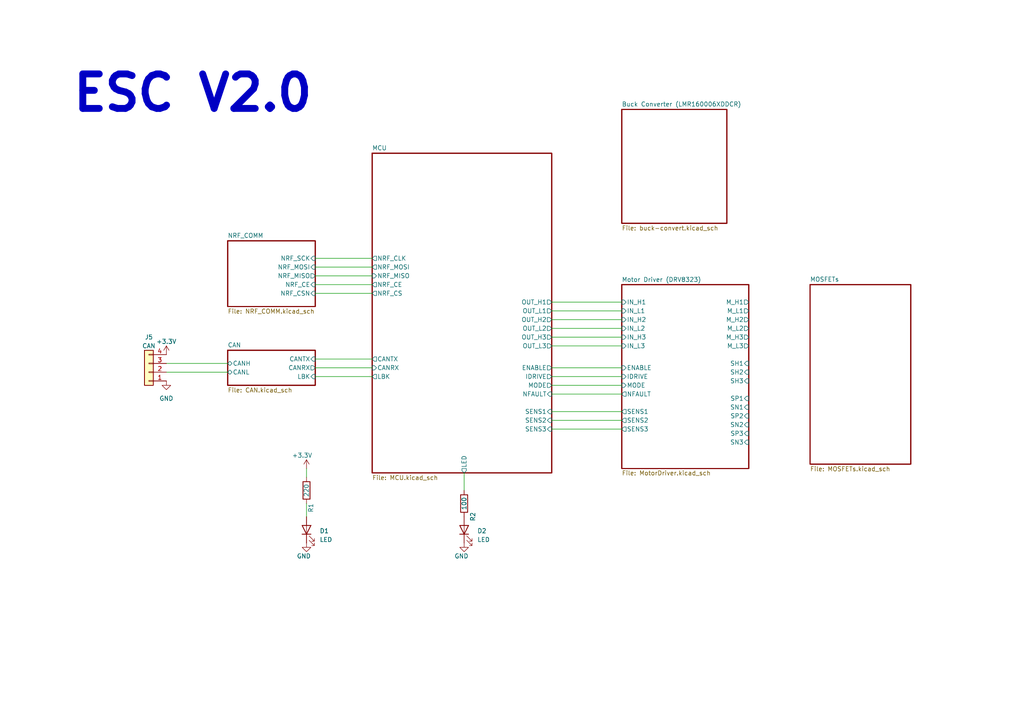
<source format=kicad_sch>
(kicad_sch (version 20230121) (generator eeschema)
  (paper "A4")
  (lib_symbols
    (symbol "Connector_Generic:Conn_01x04" (pin_names (offset 1.016) hide)
      (property "Reference" "J" (at 0 5.08 0))
      (property "Value" "Conn_01x04" (at 0 -7.62 0))
      (symbol "Conn_01x04_1_1"
        (rectangle (start -1.27 -4.953) (end 0 -5.207) (stroke (width 0.1524)))
        (rectangle (start -1.27 -2.413) (end 0 -2.667) (stroke (width 0.1524)))
        (rectangle (start -1.27 0.127) (end 0 -0.127) (stroke (width 0.1524)))
        (rectangle (start -1.27 2.667) (end 0 2.413) (stroke (width 0.1524)))
        (rectangle (start -1.27 3.81) (end 1.27 -6.35) (stroke (width 0.254)) (fill (type background)))
        (pin passive line (at -5.08 2.54 0) (length 3.81) (name "Pin_1") (number "1"))
        (pin passive line (at -5.08 0 0) (length 3.81) (name "Pin_2") (number "2"))
        (pin passive line (at -5.08 -2.54 0) (length 3.81) (name "Pin_3") (number "3"))
        (pin passive line (at -5.08 -5.08 0) (length 3.81) (name "Pin_4") (number "4"))
      )
    )
    (symbol "Device:LED" (pin_numbers hide) (pin_names (offset 1.016) hide)
      (property "Reference" "D" (at 0 2.54 0))
      (property "Value" "LED" (at 0 -2.54 0))
      (symbol "LED_0_1"
        (polyline (pts (xy -1.27 -1.27) (xy -1.27 1.27)) (stroke (width 0.254)))
        (polyline (pts (xy -1.27 0) (xy 1.27 0)))
        (polyline (pts (xy 1.27 -1.27) (xy 1.27 1.27) (xy -1.27 0) (xy 1.27 -1.27)) (stroke (width 0.254)))
        (polyline (pts (xy -3.048 -0.762) (xy -4.572 -2.286) (xy -3.81 -2.286) (xy -4.572 -2.286) (xy -4.572 -1.524)))
        (polyline (pts (xy -1.778 -0.762) (xy -3.302 -2.286) (xy -2.54 -2.286) (xy -3.302 -2.286) (xy -3.302 -1.524)))
      )
      (symbol "LED_1_1"
        (pin passive line (at -3.81 0 0) (length 2.54) (name "K") (number "1"))
        (pin passive line (at 3.81 0 180) (length 2.54) (name "A") (number "2"))
      )
    )
    (symbol "Device:R" (pin_numbers hide) (pin_names (offset 0))
      (property "Reference" "R" (at 2.032 0 90))
      (property "Value" "R" (at 0 0 90))
      (symbol "R_0_1"
        (rectangle (start -1.016 -2.54) (end 1.016 2.54) (stroke (width 0.254)))
      )
      (symbol "R_1_1"
        (pin passive line (at 0 3.81 270) (length 1.27) (name "~") (number "1"))
        (pin passive line (at 0 -3.81 90) (length 1.27) (name "~") (number "2"))
      )
    )
    (symbol "power:+3.3V" (power) (pin_names (offset 0))
      (property "Value" "+3.3V" (at 0 3.556 0))
      (symbol "+3.3V_0_1"
        (polyline (pts (xy -0.762 1.27) (xy 0 2.54)))
        (polyline (pts (xy 0 0) (xy 0 2.54)))
        (polyline (pts (xy 0 2.54) (xy 0.762 1.27)))
      )
      (symbol "+3.3V_1_1"
        (pin power_in line (at 0 0 90) (length 0) hide (name "+3.3V") (number "1"))
      )
    )
    (symbol "power:GND" (power) (pin_names (offset 0))
      (property "Value" "GND" (at 0 -3.81 0))
      (symbol "GND_0_1"
        (polyline (pts (xy 0 0) (xy 0 -1.27) (xy 1.27 -1.27) (xy 0 -2.54) (xy -1.27 -1.27) (xy 0 -1.27)))
      )
      (symbol "GND_1_1"
        (pin power_in line (at 0 0 270) (length 0) hide (name "GND") (number "1"))
      )
    )
  )
  (wire (pts (xy 160.02 90.17) (xy 180.34 90.17)))
  (wire (pts (xy 160.02 119.38) (xy 180.34 119.38)))
  (wire (pts (xy 160.02 121.92) (xy 180.34 121.92)))
  (wire (pts (xy 91.44 106.68) (xy 107.95 106.68)))
  (wire (pts (xy 160.02 114.3) (xy 180.34 114.3)))
  (wire (pts (xy 91.44 104.14) (xy 107.95 104.14)))
  (wire (pts (xy 48.26 107.95) (xy 66.04 107.95)))
  (wire (pts (xy 91.44 109.22) (xy 107.95 109.22)))
  (wire (pts (xy 160.02 106.68) (xy 180.34 106.68)))
  (wire (pts (xy 160.02 92.71) (xy 180.34 92.71)))
  (wire (pts (xy 91.44 80.01) (xy 107.95 80.01)))
  (wire (pts (xy 160.02 111.76) (xy 180.34 111.76)))
  (wire (pts (xy 160.02 87.63) (xy 180.34 87.63)))
  (wire (pts (xy 91.44 82.55) (xy 107.95 82.55)))
  (wire (pts (xy 91.44 85.09) (xy 107.95 85.09)))
  (wire (pts (xy 88.9 146.05) (xy 88.9 149.86)))
  (wire (pts (xy 48.26 105.41) (xy 66.04 105.41)))
  (wire (pts (xy 160.02 109.22) (xy 180.34 109.22)))
  (wire (pts (xy 160.02 97.79) (xy 180.34 97.79)))
  (wire (pts (xy 160.02 100.33) (xy 180.34 100.33)))
  (wire (pts (xy 88.9 135.89) (xy 88.9 138.43)))
  (wire (pts (xy 91.44 77.47) (xy 107.95 77.47)))
  (wire (pts (xy 91.44 74.93) (xy 107.95 74.93)))
  (wire (pts (xy 160.02 95.25) (xy 180.34 95.25)))
  (wire (pts (xy 160.02 124.46) (xy 180.34 124.46)))
  (wire (pts (xy 134.62 137.16) (xy 134.62 142.24)))
  (text "ESC V2.0" (at 20.32 33.02 0) (effects (font (size 10 10) (thickness 2) bold) (justify left bottom)))
  (symbol (lib_id "power:GND") (at 134.62 157.48 0) (unit 1)
    (property "Reference" "#PWR06" (effects hide))
    (property "Value" "GND" (at 135.89 161.29 0) (effects (justify right)))
  )
  (symbol (lib_id "power:GND") (at 88.9 157.48 0) (unit 1)
    (property "Reference" "#PWR05" (effects hide))
    (property "Value" "GND" (at 90.17 161.29 0) (effects (justify right)))
  )
  (symbol (lib_id "power:+3.3V") (at 88.9 135.89 0) (unit 1)
    (property "Reference" "#PWR04" (effects hide))
    (property "Value" "+3.3V" (at 87.63 132.08 0))
  )
  (symbol (lib_id "Device:LED") (at 88.9 153.67 90) (unit 1)
    (property "Reference" "D1" (at 92.71 153.9874 90) (effects (justify right)))
    (property "Value" "LED" (at 92.71 156.5274 90) (effects (justify right)))
    (property "Footprint" "Diode_SMD:D_0402_1005Metric" (effects hide))
  )
  (symbol (lib_id "power:+3.3V") (at 48.26 102.87 0) (unit 1)
    (property "Reference" "#PWR038" (effects hide))
    (property "Value" "+3.3V" (at 48.26 99.06 0))
  )
  (symbol (lib_id "power:GND") (at 48.26 110.49 0) (unit 1)
    (property "Reference" "#PWR039" (effects hide))
    (property "Value" "GND" (at 48.26 115.57 0))
  )
  (symbol (lib_id "Connector_Generic:Conn_01x04") (at 43.18 107.95 180) (unit 1)
    (property "Reference" "J5" (at 43.18 97.79 0))
    (property "Value" "CAN" (at 43.18 100.33 0))
  )
  (symbol (lib_id "Device:R") (at 134.62 146.05 180) (unit 1)
    (property "Reference" "R2" (at 137.16 149.86 90))
    (property "Value" "100" (at 134.62 146.05 90))
    (property "Footprint" "Resistor_SMD:R_0603_1608Metric" (effects hide))
  )
  (symbol (lib_id "Device:R") (at 88.9 142.24 180) (unit 1)
    (property "Reference" "R1" (at 90.17 147.32 90))
    (property "Value" "220" (at 88.9 142.24 90))
    (property "Footprint" "Resistor_SMD:R_0603_1608Metric" (effects hide))
  )
  (symbol (lib_id "Device:LED") (at 134.62 153.67 90) (unit 1)
    (property "Reference" "D2" (at 138.43 153.9874 90) (effects (justify right)))
    (property "Value" "LED" (at 138.43 156.5274 90) (effects (justify right)))
    (property "Footprint" "Diode_SMD:D_0402_1005Metric" (effects hide))
  )
  (sheet (at 107.95 44.45) (size 52.07 92.71) (stroke (width 0.3))
    (property "Sheetname" "MCU" (at 107.95 43.6646 0) (effects (justify left bottom)))
    (property "Sheetfile" "MCU.kicad_sch" (at 107.95 137.8184 0) (effects (justify left top)))
    (pin "NRF_CE" output (at 107.95 82.55 180))
    (pin "NRF_CLK" output (at 107.95 74.93 180))
    (pin "NRF_CS" output (at 107.95 85.09 180))
    (pin "NRF_MOSI" output (at 107.95 77.47 180))
    (pin "NRF_MISO" input (at 107.95 80.01 180))
    (pin "OUT_L3" output (at 160.02 100.33 0))
    (pin "OUT_H3" output (at 160.02 97.79 0))
    (pin "OUT_L2" output (at 160.02 95.25 0))
    (pin "OUT_H2" output (at 160.02 92.71 0))
    (pin "OUT_L1" output (at 160.02 90.17 0))
    (pin "OUT_H1" output (at 160.02 87.63 0))
    (pin "ENABLE" output (at 160.02 106.68 0))
    (pin "IDRIVE" output (at 160.02 109.22 0))
    (pin "MODE" output (at 160.02 111.76 0))
    (pin "NFAULT" input (at 160.02 114.3 0))
    (pin "SENS1" input (at 160.02 119.38 0))
    (pin "SENS2" input (at 160.02 121.92 0))
    (pin "SENS3" input (at 160.02 124.46 0))
    (pin "LED" output (at 134.62 137.16 270))
    (pin "CANTX" output (at 107.95 104.14 180))
    (pin "CANRX" input (at 107.95 106.68 180))
    (pin "LBK" output (at 107.95 109.22 180))
  )
  (sheet (at 66.04 101.6) (size 25.4 10.16) (stroke (width 0.3))
    (property "Sheetname" "CAN" (at 66.04 100.8146 0) (effects (justify left bottom)))
    (property "Sheetfile" "CAN.kicad_sch" (at 66.04 112.4184 0) (effects (justify left top)))
    (pin "CANH" bidirectional (at 66.04 105.41 180))
    (pin "CANTX" input (at 91.44 104.14 0))
    (pin "CANRX" output (at 91.44 106.68 0))
    (pin "LBK" input (at 91.44 109.22 0))
    (pin "CANL" bidirectional (at 66.04 107.95 180))
  )
  (sheet (at 180.34 82.55) (size 36.83 53.34) (stroke (width 0.3))
    (property "Sheetname" "Motor Driver (DRV8323)" (at 180.34 81.8384 0) (effects (justify left bottom)))
    (property "Sheetfile" "MotorDriver.kicad_sch" (at 180.34 136.4746 0) (effects (justify left top)))
    (pin "SN1" input (at 217.17 118.11 0))
    (pin "IN_L3" input (at 180.34 100.33 180))
    (pin "IN_H1" input (at 180.34 87.63 180))
    (pin "IN_L1" input (at 180.34 90.17 180))
    (pin "IN_H3" input (at 180.34 97.79 180))
    (pin "IN_H2" input (at 180.34 92.71 180))
    (pin "IN_L2" input (at 180.34 95.25 180))
    (pin "NFAULT" output (at 180.34 114.3 180))
    (pin "ENABLE" input (at 180.34 106.68 180))
    (pin "SENS1" output (at 180.34 119.38 180))
    (pin "SENS3" output (at 180.34 124.46 180))
    (pin "SENS2" output (at 180.34 121.92 180))
    (pin "IDRIVE" input (at 180.34 109.22 180))
    (pin "MODE" input (at 180.34 111.76 180))
    (pin "SH1" input (at 217.17 105.41 0))
    (pin "M_H1" output (at 217.17 87.63 0))
    (pin "M_L1" output (at 217.17 90.17 0))
    (pin "SP1" input (at 217.17 115.57 0))
    (pin "SH3" input (at 217.17 110.49 0))
    (pin "M_L3" output (at 217.17 100.33 0))
    (pin "SN3" input (at 217.17 128.27 0))
    (pin "M_H3" output (at 217.17 97.79 0))
    (pin "SP3" input (at 217.17 125.73 0))
    (pin "SP2" input (at 217.17 120.65 0))
    (pin "M_H2" output (at 217.17 92.71 0))
    (pin "SH2" input (at 217.17 107.95 0))
    (pin "M_L2" output (at 217.17 95.25 0))
    (pin "SN2" input (at 217.17 123.19 0))
  )
  (sheet (at 66.04 69.85) (size 25.4 19.05) (stroke (width 0.3))
    (property "Sheetname" "NRF_COMM" (at 66.04 69.0646 0) (effects (justify left bottom)))
    (property "Sheetfile" "NRF_COMM.kicad_sch" (at 66.04 89.5584 0) (effects (justify left top)))
    (pin "NRF_MOSI" input (at 91.44 77.47 0))
    (pin "NRF_MISO" output (at 91.44 80.01 0))
    (pin "NRF_SCK" input (at 91.44 74.93 0))
    (pin "NRF_CSN" input (at 91.44 85.09 0))
    (pin "NRF_CE" input (at 91.44 82.55 0))
  )
  (sheet (at 234.95 82.55) (size 29.21 52.07) (stroke (width 0.3))
    (property "Sheetname" "MOSFETs" (at 234.95 81.7646 0) (effects (justify left bottom)))
    (property "Sheetfile" "MOSFETs.kicad_sch" (at 234.95 135.2784 0) (effects (justify left top)))
  )
  (sheet (at 180.34 31.75) (size 30.48 33.02) (stroke (width 0.3))
    (property "Sheetname" "Buck Converter (LMR160006XDDCR)" (at 180.34 30.9646 0) (effects (justify left bottom)))
    (property "Sheetfile" "buck-convert.kicad_sch" (at 180.34 65.4284 0) (effects (justify left top)))
  )
)
</source>
